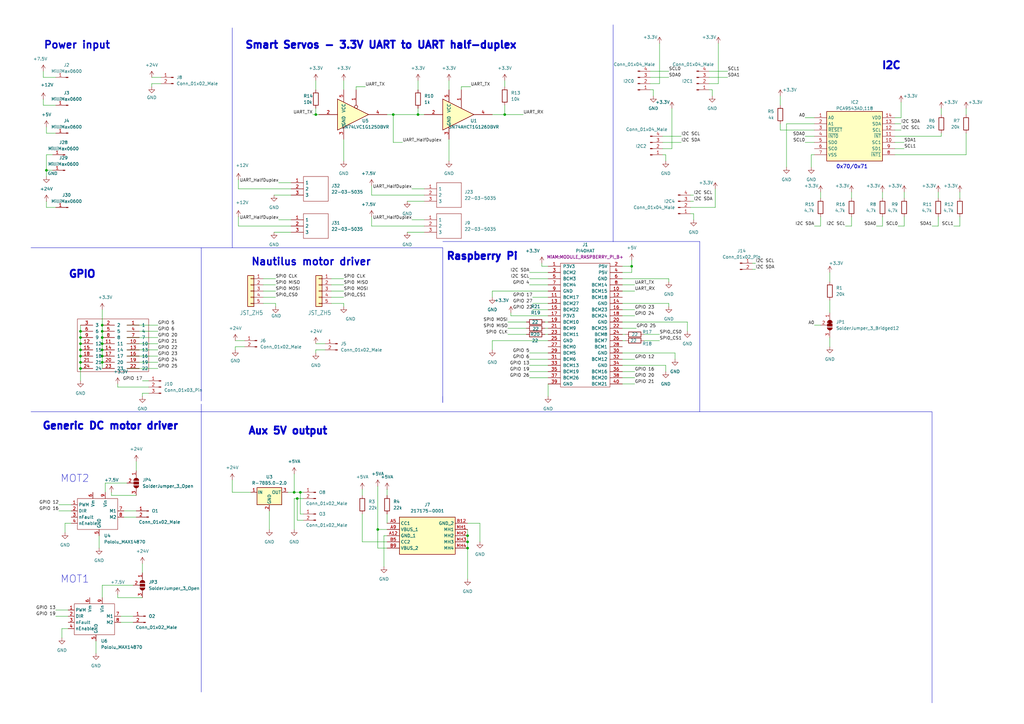
<source format=kicad_sch>
(kicad_sch (version 20250114) (generator "eeschema") (generator_version "9.0")
  (paper "A3")
  (text "0x70/0x71" (at 342.9 69.342 0) (effects (font (size 1.524 1.524) (thickness 0.254)) (justify left bottom)))
  (text "Nautilus motor driver" (at 102.87 109.22 0) (effects (font (size 3 3) (thickness 0.6) (bold yes)) (justify left bottom)))
  (text "GPIO" (at 27.94 114.3 0) (effects (font (size 3 3) (thickness 0.8) (bold yes)) (justify left bottom)))
  (text "I2C" (at 361.442 28.702 0) (effects (font (size 3 3) (thickness 0.8) (bold yes)) (justify left bottom)))
  (text "MOT1\n" (at 24.765 239.395 0) (effects (font (size 3 3)) (justify left bottom)))
  (text "Smart Servos - 3.3V UART to UART half-duplex" (at 100.33 20.32 0) (effects (font (size 3 3) (thickness 0.8) (bold yes)) (justify left bottom)))
  (text "Power input" (at 17.78 20.32 0) (effects (font (size 3 3) (thickness 0.6) (bold yes)) (justify left bottom)))
  (text "Aux 5V output" (at 101.6 178.562 0) (effects (font (size 3 3) (thickness 0.8) (bold yes)) (justify left bottom)))
  (text "Generic DC motor driver" (at 17.145 176.53 0) (effects (font (size 3 3) (thickness 0.8) (bold yes)) (justify left bottom)))
  (text "MOT2" (at 24.765 198.12 0) (effects (font (size 3 3)) (justify left bottom)))
  (text "Raspberry Pi" (at 182.88 106.934 0) (effects (font (size 3 3) (thickness 0.8) (bold yes)) (justify left bottom)))
  (junction (at 171.45 46.99))
  (junction (at 161.29 46.99))
  (junction (at 41.91 143.51))
  (junction (at 121.92 204.47))
  (junction (at 41.91 148.59))
  (junction (at 33.02 143.51))
  (junction (at 191.77 219.71))
  (junction (at 154.94 217.17))
  (junction (at 33.02 138.43))
  (junction (at 19.05 69.85))
  (junction (at 33.02 151.13))
  (junction (at 41.91 135.89))
  (junction (at 120.65 201.93))
  (junction (at 41.91 133.35))
  (junction (at 123.19 201.93))
  (junction (at 191.77 222.25))
  (junction (at 33.02 146.05))
  (junction (at 207.01 46.99))
  (junction (at 191.77 224.79))
  (junction (at 259.08 109.22))
  (junction (at 33.02 148.59))
  (junction (at 41.91 138.43))
  (junction (at 41.91 140.97))
  (junction (at 41.91 146.05))
  (junction (at 33.02 135.89))
  (junction (at 33.02 140.97))
  (junction (at 129.54 46.99))
  (wire (pts (xy 107.95 116.84) (xy 113.03 116.84)))
  (wire (pts (xy 22.86 250.19) (xy 27.94 250.19)))
  (wire (pts (xy 217.17 147.32) (xy 224.79 147.32)))
  (wire (pts (xy 201.93 119.38) (xy 201.93 121.92)))
  (wire (pts (xy 140.97 66.04) (xy 140.97 57.15)))
  (wire (pts (xy 19.05 52.07) (xy 19.05 54.61)))
  (wire (pts (xy 21.59 63.5) (xy 19.05 63.5)))
  (wire (pts (xy 207.01 46.99) (xy 214.63 46.99)))
  (wire (pts (xy 158.75 46.99) (xy 161.29 46.99)))
  (wire (pts (xy 384.81 78.74) (xy 384.81 81.28)))
  (wire (pts (xy 184.15 33.02) (xy 184.15 36.83)))
  (wire (pts (xy 41.91 127) (xy 41.91 133.35)))
  (wire (pts (xy 167.005 95.25) (xy 173.99 95.25)))
  (wire (pts (xy 107.95 114.3) (xy 113.03 114.3)))
  (wire (pts (xy 340.36 123.19) (xy 340.36 128.27)))
  (wire (pts (xy 322.58 50.8) (xy 322.58 68.58)))
  (wire (pts (xy 52.07 148.59) (xy 64.77 148.59)))
  (wire (pts (xy 290.83 36.83) (xy 292.1 36.83)))
  (wire (pts (xy 222.25 107.95) (xy 222.25 109.22)))
  (wire (pts (xy 293.37 85.09) (xy 293.37 77.47)))
  (wire (pts (xy 41.91 240.03) (xy 41.91 245.11)))
  (wire (pts (xy 128.27 46.99) (xy 129.54 46.99)))
  (wire (pts (xy 112.395 95.25) (xy 119.38 95.25)))
  (wire (pts (xy 43.18 198.12) (xy 52.07 198.12)))
  (wire (pts (xy 336.55 78.74) (xy 336.55 81.28)))
  (wire (pts (xy 52.07 146.05) (xy 64.77 146.05)))
  (wire (pts (xy 149.86 35.56) (xy 146.05 35.56)))
  (wire (pts (xy 275.59 60.96) (xy 275.59 44.45)))
  (polyline (pts (xy 181.61 101.6) (xy 181.61 165.1)))
  (wire (pts (xy 255.27 127) (xy 260.35 127)))
  (wire (pts (xy 264.16 139.7) (xy 270.51 139.7)))
  (wire (pts (xy 41.91 140.97) (xy 41.91 143.51)))
  (wire (pts (xy 22.86 252.73) (xy 27.94 252.73)))
  (wire (pts (xy 276.86 144.78) (xy 276.86 147.32)))
  (wire (pts (xy 255.27 139.7) (xy 256.54 139.7)))
  (wire (pts (xy 140.97 36.83) (xy 140.97 33.02)))
  (wire (pts (xy 19.05 82.55) (xy 19.05 85.09)))
  (wire (pts (xy 114.3 90.17) (xy 119.38 90.17)))
  (wire (pts (xy 320.04 53.34) (xy 320.04 50.8)))
  (wire (pts (xy 157.48 219.71) (xy 157.48 232.41)))
  (wire (pts (xy 140.97 125.73) (xy 140.97 124.46)))
  (wire (pts (xy 171.45 36.83) (xy 171.45 33.02)))
  (wire (pts (xy 17.78 31.75) (xy 22.86 31.75)))
  (wire (pts (xy 196.85 214.63) (xy 196.85 222.25)))
  (wire (pts (xy 255.27 137.16) (xy 256.54 137.16)))
  (polyline (pts (xy 287.02 99.06) (xy 287.02 168.91)))
  (wire (pts (xy 201.93 139.7) (xy 201.93 143.51)))
  (wire (pts (xy 336.55 92.71) (xy 334.01 92.71)))
  (wire (pts (xy 40.64 219.71) (xy 40.64 224.79)))
  (wire (pts (xy 133.35 143.51) (xy 129.54 143.51)))
  (wire (pts (xy 58.42 156.21) (xy 60.96 156.21)))
  (wire (pts (xy 290.83 29.21) (xy 298.45 29.21)))
  (wire (pts (xy 167.005 82.55) (xy 173.99 82.55)))
  (wire (pts (xy 367.03 53.34) (xy 369.57 53.34)))
  (wire (pts (xy 369.57 41.91) (xy 369.57 48.26)))
  (wire (pts (xy 217.17 114.3) (xy 224.79 114.3)))
  (wire (pts (xy 217.17 149.86) (xy 224.79 149.86)))
  (wire (pts (xy 217.17 116.84) (xy 224.79 116.84)))
  (wire (pts (xy 120.65 204.47) (xy 121.92 204.47)))
  (wire (pts (xy 58.42 234.95) (xy 58.42 231.14)))
  (wire (pts (xy 158.75 210.82) (xy 158.75 214.63)))
  (wire (pts (xy 332.74 63.5) (xy 332.74 68.58)))
  (wire (pts (xy 110.49 217.17) (xy 110.49 209.55)))
  (wire (pts (xy 123.19 210.82) (xy 123.19 201.93)))
  (wire (pts (xy 158.75 219.71) (xy 157.48 219.71)))
  (wire (pts (xy 52.07 135.89) (xy 64.77 135.89)))
  (polyline (pts (xy 382.27 168.91) (xy 382.27 288.29)))
  (wire (pts (xy 274.32 114.3) (xy 274.32 115.57)))
  (wire (pts (xy 95.25 201.93) (xy 102.87 201.93)))
  (wire (pts (xy 330.2 58.42) (xy 334.01 58.42)))
  (wire (pts (xy 96.52 142.24) (xy 96.52 143.51)))
  (wire (pts (xy 66.04 34.29) (xy 62.23 34.29)))
  (wire (pts (xy 393.7 78.74) (xy 393.7 81.28)))
  (wire (pts (xy 255.27 116.84) (xy 260.35 116.84)))
  (wire (pts (xy 283.21 87.63) (xy 284.48 87.63)))
  (wire (pts (xy 209.55 128.27) (xy 209.55 129.54)))
  (wire (pts (xy 330.2 55.88) (xy 334.01 55.88)))
  (wire (pts (xy 369.57 50.8) (xy 367.03 50.8)))
  (wire (pts (xy 370.84 60.96) (xy 367.03 60.96)))
  (wire (pts (xy 271.78 60.96) (xy 275.59 60.96)))
  (wire (pts (xy 95.25 196.85) (xy 95.25 201.93)))
  (wire (pts (xy 119.38 92.71) (xy 97.79 92.71)))
  (wire (pts (xy 19.05 69.85) (xy 19.05 72.39)))
  (wire (pts (xy 320.04 53.34) (xy 334.01 53.34)))
  (wire (pts (xy 191.77 224.79) (xy 191.77 237.49)))
  (polyline (pts (xy 95.25 101.6) (xy 181.61 101.6)))
  (wire (pts (xy 114.3 74.93) (xy 119.38 74.93)))
  (wire (pts (xy 135.89 119.38) (xy 140.97 119.38)))
  (wire (pts (xy 154.94 224.79) (xy 158.75 224.79)))
  (wire (pts (xy 273.05 63.5) (xy 273.05 66.04)))
  (wire (pts (xy 119.38 77.47) (xy 97.79 77.47)))
  (wire (pts (xy 120.65 201.93) (xy 123.19 201.93)))
  (wire (pts (xy 52.07 151.13) (xy 64.77 151.13)))
  (wire (pts (xy 255.27 134.62) (xy 260.985 134.62)))
  (wire (pts (xy 255.27 149.86) (xy 273.05 149.86)))
  (wire (pts (xy 19.05 63.5) (xy 19.05 69.85)))
  (polyline (pts (xy 82.55 101.6) (xy 82.55 164.465)))
  (wire (pts (xy 29.21 214.63) (xy 26.67 214.63)))
  (wire (pts (xy 33.02 138.43) (xy 33.02 140.97)))
  (wire (pts (xy 100.33 142.24) (xy 96.52 142.24)))
  (wire (pts (xy 217.17 111.76) (xy 224.79 111.76)))
  (wire (pts (xy 158.75 222.25) (xy 148.59 222.25)))
  (wire (pts (xy 336.55 88.9) (xy 336.55 92.71)))
  (wire (pts (xy 152.4 80.01) (xy 152.4 76.2)))
  (wire (pts (xy 191.77 222.25) (xy 191.77 224.79)))
  (wire (pts (xy 386.08 55.88) (xy 386.08 54.61)))
  (wire (pts (xy 370.84 78.74) (xy 370.84 81.28)))
  (wire (pts (xy 217.17 154.94) (xy 224.79 154.94)))
  (wire (pts (xy 41.91 135.89) (xy 41.91 138.43)))
  (wire (pts (xy 274.32 124.46) (xy 274.32 125.73)))
  (wire (pts (xy 161.29 46.99) (xy 161.29 58.42)))
  (wire (pts (xy 27.94 257.81) (xy 25.4 257.81)))
  (wire (pts (xy 154.94 217.17) (xy 158.75 217.17)))
  (wire (pts (xy 320.04 39.37) (xy 320.04 43.18)))
  (wire (pts (xy 154.94 217.17) (xy 154.94 224.79)))
  (wire (pts (xy 107.95 121.92) (xy 113.03 121.92)))
  (wire (pts (xy 259.08 106.68) (xy 259.08 109.22)))
  (wire (pts (xy 173.99 80.01) (xy 152.4 80.01)))
  (wire (pts (xy 60.96 161.29) (xy 58.42 161.29)))
  (wire (pts (xy 39.37 262.89) (xy 39.37 267.97)))
  (wire (pts (xy 255.27 157.48) (xy 260.35 157.48)))
  (wire (pts (xy 24.13 207.01) (xy 29.21 207.01)))
  (wire (pts (xy 148.59 222.25) (xy 148.59 210.82)))
  (wire (pts (xy 19.05 85.09) (xy 22.86 85.09)))
  (wire (pts (xy 217.17 144.78) (xy 224.79 144.78)))
  (polyline (pts (xy 181.61 162.56) (xy 181.61 165.1)))
  (wire (pts (xy 384.81 88.9) (xy 384.81 92.71)))
  (wire (pts (xy 349.25 78.74) (xy 349.25 81.28)))
  (wire (pts (xy 58.42 161.29) (xy 58.42 162.56)))
  (wire (pts (xy 41.91 146.05) (xy 41.91 148.59)))
  (wire (pts (xy 49.53 252.73) (xy 54.61 252.73)))
  (wire (pts (xy 161.29 58.42) (xy 165.1 58.42)))
  (wire (pts (xy 207.01 43.18) (xy 207.01 46.99)))
  (polyline (pts (xy 12.7 101.6) (xy 95.25 101.6)))
  (wire (pts (xy 223.52 134.62) (xy 224.79 134.62)))
  (wire (pts (xy 41.91 148.59) (xy 41.91 151.13)))
  (wire (pts (xy 298.45 31.75) (xy 290.83 31.75)))
  (wire (pts (xy 223.52 137.16) (xy 224.79 137.16)))
  (wire (pts (xy 193.04 35.56) (xy 189.23 35.56)))
  (wire (pts (xy 386.08 44.45) (xy 386.08 46.99)))
  (wire (pts (xy 369.57 48.26) (xy 367.03 48.26)))
  (wire (pts (xy 294.64 34.29) (xy 294.64 17.78)))
  (wire (pts (xy 191.77 214.63) (xy 196.85 214.63)))
  (wire (pts (xy 223.52 132.08) (xy 224.79 132.08)))
  (wire (pts (xy 168.91 77.47) (xy 173.99 77.47)))
  (wire (pts (xy 349.25 92.71) (xy 346.71 92.71)))
  (wire (pts (xy 267.97 36.83) (xy 267.97 39.37)))
  (wire (pts (xy 361.95 78.74) (xy 361.95 81.28)))
  (wire (pts (xy 264.16 137.16) (xy 270.51 137.16)))
  (wire (pts (xy 370.84 88.9) (xy 370.84 92.71)))
  (wire (pts (xy 41.91 138.43) (xy 41.91 140.97)))
  (wire (pts (xy 271.78 55.88) (xy 279.4 55.88)))
  (wire (pts (xy 148.59 203.2) (xy 148.59 200.66)))
  (wire (pts (xy 33.02 143.51) (xy 33.02 146.05)))
  (wire (pts (xy 271.78 63.5) (xy 273.05 63.5)))
  (wire (pts (xy 154.94 199.39) (xy 154.94 217.17)))
  (wire (pts (xy 281.94 132.08) (xy 281.94 135.89)))
  (wire (pts (xy 43.18 198.12) (xy 43.18 201.93)))
  (wire (pts (xy 19.05 54.61) (xy 22.86 54.61)))
  (wire (pts (xy 266.7 34.29) (xy 270.51 34.29)))
  (wire (pts (xy 273.05 149.86) (xy 273.05 152.4)))
  (wire (pts (xy 266.7 36.83) (xy 267.97 36.83)))
  (wire (pts (xy 52.07 138.43) (xy 64.77 138.43)))
  (wire (pts (xy 308.61 107.95) (xy 309.88 107.95)))
  (wire (pts (xy 129.54 143.51) (xy 129.54 144.78)))
  (wire (pts (xy 349.25 88.9) (xy 349.25 92.71)))
  (wire (pts (xy 52.07 143.51) (xy 64.77 143.51)))
  (wire (pts (xy 396.24 44.45) (xy 396.24 46.99)))
  (wire (pts (xy 113.03 124.46) (xy 107.95 124.46)))
  (wire (pts (xy 255.27 152.4) (xy 260.35 152.4)))
  (wire (pts (xy 48.26 158.75) (xy 48.26 157.48)))
  (wire (pts (xy 120.65 194.31) (xy 120.65 201.93)))
  (wire (pts (xy 332.74 63.5) (xy 334.01 63.5)))
  (wire (pts (xy 361.95 92.71) (xy 359.41 92.71)))
  (wire (pts (xy 189.23 35.56) (xy 189.23 36.83)))
  (wire (pts (xy 49.53 255.27) (xy 54.61 255.27)))
  (wire (pts (xy 191.77 219.71) (xy 191.77 222.25)))
  (wire (pts (xy 33.02 140.97) (xy 33.02 143.51)))
  (wire (pts (xy 129.54 46.99) (xy 130.81 46.99)))
  (wire (pts (xy 48.26 245.11) (xy 48.26 243.84)))
  (wire (pts (xy 62.23 31.75) (xy 66.04 31.75)))
  (wire (pts (xy 41.91 240.03) (xy 54.61 240.03)))
  (wire (pts (xy 113.03 125.73) (xy 113.03 124.46)))
  (wire (pts (xy 255.27 124.46) (xy 274.32 124.46)))
  (wire (pts (xy 135.89 121.92) (xy 140.97 121.92)))
  (wire (pts (xy 255.27 114.3) (xy 274.32 114.3)))
  (wire (pts (xy 367.03 55.88) (xy 386.08 55.88)))
  (wire (pts (xy 146.05 35.56) (xy 146.05 36.83)))
  (wire (pts (xy 107.95 119.38) (xy 113.03 119.38)))
  (wire (pts (xy 33.02 133.35) (xy 33.02 135.89)))
  (wire (pts (xy 255.27 144.78) (xy 276.86 144.78)))
  (wire (pts (xy 370.84 58.42) (xy 367.03 58.42)))
  (wire (pts (xy 33.02 148.59) (xy 33.02 151.13)))
  (wire (pts (xy 396.24 63.5) (xy 367.03 63.5)))
  (wire (pts (xy 218.44 127) (xy 224.79 127)))
  (wire (pts (xy 171.45 46.99) (xy 173.99 46.99)))
  (wire (pts (xy 45.72 203.2) (xy 45.72 201.93)))
  (wire (pts (xy 208.28 134.62) (xy 215.9 134.62)))
  (wire (pts (xy 201.93 46.99) (xy 207.01 46.99)))
  (wire (pts (xy 129.54 33.02) (xy 129.54 36.83)))
  (wire (pts (xy 340.36 111.76) (xy 340.36 115.57)))
  (wire (pts (xy 266.7 29.21) (xy 274.32 29.21)))
  (wire (pts (xy 217.17 152.4) (xy 224.79 152.4)))
  (wire (pts (xy 123.19 201.93) (xy 124.46 201.93)))
  (wire (pts (xy 283.21 80.01) (xy 284.48 80.01)))
  (wire (pts (xy 361.95 88.9) (xy 361.95 92.71)))
  (wire (pts (xy 124.46 210.82) (xy 123.19 210.82)))
  (wire (pts (xy 173.99 92.71) (xy 152.4 92.71)))
  (wire (pts (xy 330.2 48.26) (xy 334.01 48.26)))
  (wire (pts (xy 17.78 43.18) (xy 22.86 43.18)))
  (wire (pts (xy 120.65 217.17) (xy 120.65 204.47)))
  (wire (pts (xy 274.32 31.75) (xy 266.7 31.75)))
  (wire (pts (xy 52.07 140.97) (xy 64.77 140.97)))
  (wire (pts (xy 55.88 193.04) (xy 55.88 189.23)))
  (wire (pts (xy 384.81 92.71) (xy 382.27 92.71)))
  (wire (pts (xy 309.88 110.49) (xy 308.61 110.49)))
  (wire (pts (xy 224.79 139.7) (xy 201.93 139.7)))
  (wire (pts (xy 112.395 80.01) (xy 119.38 80.01)))
  (wire (pts (xy 97.79 77.47) (xy 97.79 73.66)))
  (wire (pts (xy 60.96 158.75) (xy 48.26 158.75)))
  (wire (pts (xy 58.42 245.11) (xy 48.26 245.11)))
  (polyline (pts (xy 82.55 165.735) (xy 82.55 283.845)))
  (wire (pts (xy 26.67 214.63) (xy 26.67 218.44)))
  (wire (pts (xy 218.44 124.46) (xy 224.79 124.46)))
  (polyline (pts (xy 251.46 99.06) (xy 287.02 99.06)))
  (wire (pts (xy 171.45 44.45) (xy 171.45 46.99)))
  (wire (pts (xy 121.92 204.47) (xy 124.46 204.47)))
  (wire (pts (xy 161.29 46.99) (xy 171.45 46.99)))
  (wire (pts (xy 24.13 209.55) (xy 29.21 209.55)))
  (wire (pts (xy 191.77 217.17) (xy 191.77 219.71)))
  (wire (pts (xy 158.75 200.66) (xy 158.75 203.2)))
  (wire (pts (xy 17.78 31.75) (xy 17.78 29.21)))
  (wire (pts (xy 50.8 209.55) (xy 55.88 209.55)))
  (wire (pts (xy 184.15 66.04) (xy 184.15 57.15)))
  (wire (pts (xy 208.28 132.08) (xy 215.9 132.08)))
  (wire (pts (xy 255.27 147.32) (xy 260.35 147.32)))
  (wire (pts (xy 33.02 151.13) (xy 33.02 156.21)))
  (wire (pts (xy 168.91 90.17) (xy 173.99 90.17)))
  (wire (pts (xy 152.4 92.71) (xy 152.4 88.9)))
  (wire (pts (xy 322.58 50.8) (xy 334.01 50.8)))
  (wire (pts (xy 140.97 124.46) (xy 135.89 124.46)))
  (wire (pts (xy 52.07 133.35) (xy 64.77 133.35)))
  (wire (pts (xy 129.54 140.97) (xy 133.35 140.97)))
  (wire (pts (xy 370.84 92.71) (xy 368.3 92.71)))
  (wire (pts (xy 292.1 36.83) (xy 292.1 39.37)))
  (wire (pts (xy 209.55 129.54) (xy 224.79 129.54)))
  (wire (pts (xy 121.92 213.36) (xy 121.92 204.47)))
  (wire (pts (xy 396.24 54.61) (xy 396.24 63.5)))
  (wire (pts (xy 55.88 203.2) (xy 45.72 203.2)))
  (wire (pts (xy 270.51 34.29) (xy 270.51 17.78)))
  (wire (pts (xy 224.79 157.48) (xy 224.79 162.56)))
  (polyline (pts (xy 181.61 99.06) (xy 251.46 99.06)))
  (wire (pts (xy 218.44 121.92) (xy 224.79 121.92)))
  (wire (pts (xy 255.27 132.08) (xy 281.94 132.08)))
  (wire (pts (xy 17.78 43.18) (xy 17.78 40.64)))
  (wire (pts (xy 25.4 257.81) (xy 25.4 261.62)))
  (wire (pts (xy 255.27 154.94) (xy 260.35 154.94)))
  (wire (pts (xy 284.48 82.55) (xy 283.21 82.55)))
  (wire (pts (xy 279.4 58.42) (xy 271.78 58.42)))
  (wire (pts (xy 21.59 69.85) (xy 19.05 69.85)))
  (wire (pts (xy 129.54 44.45) (xy 129.54 46.99)))
  (wire (pts (xy 135.89 116.84) (xy 140.97 116.84)))
  (wire (pts (xy 334.01 133.35) (xy 336.55 133.35)))
  (wire (pts (xy 255.27 111.76) (xy 259.08 111.76)))
  (wire (pts (xy 259.08 111.76) (xy 259.08 109.22)))
  (wire (pts (xy 41.91 133.35) (xy 41.91 135.89)))
  (wire (pts (xy 222.25 109.22) (xy 224.79 109.22)))
  (wire (pts (xy 340.36 138.43) (xy 340.36 142.24)))
  (wire (pts (xy 135.89 114.3) (xy 140.97 114.3)))
  (wire (pts (xy 62.23 34.29) (xy 62.23 35.56)))
  (wire (pts (xy 118.11 201.93) (xy 120.65 201.93)))
  (wire (pts (xy 283.21 85.09) (xy 293.37 85.09)))
  (wire (pts (xy 224.79 119.38) (xy 201.93 119.38)))
  (wire (pts (xy 207.01 33.02) (xy 207.01 35.56)))
  (polyline (pts (xy 12.7 168.91) (xy 382.27 168.91)))
  (wire (pts (xy 208.28 137.16) (xy 215.9 137.16)))
  (wire (pts (xy 41.91 143.51) (xy 41.91 146.05)))
  (wire (pts (xy 255.27 129.54) (xy 260.35 129.54)))
  (wire (pts (xy 96.52 139.7) (xy 100.33 139.7)))
  (wire (pts (xy 97.79 92.71) (xy 97.79 88.9)))
  (polyline (pts (xy 95.25 11.43) (xy 95.25 101.6)))
  (wire (pts (xy 124.46 213.36) (xy 121.92 213.36)))
  (wire (pts (xy 33.02 146.05) (xy 33.02 148.59)))
  (wire (pts (xy 50.8 212.09) (xy 55.88 212.09)))
  (wire (pts (xy 284.48 87.63) (xy 284.48 90.17)))
  (wire (pts (xy 393.7 92.71) (xy 391.16 92.71)))
  (wire (pts (xy 290.83 34.29) (xy 294.64 34.29)))
  (wire (pts (xy 255.27 119.38) (xy 260.35 119.38)))
  (wire (pts (xy 393.7 88.9) (xy 393.7 92.71)))
  (wire (pts (xy 33.02 135.89) (xy 33.02 138.43)))
  (wire (pts (xy 255.27 109.22) (xy 259.08 109.22)))
  (polyline (pts (xy 251.46 10.16) (xy 251.46 99.06)))
  (label "UART_HalfDuplex" (at 168.91 90.17 180))
  (label "GPIO 25" (at 260.985 134.62 0))
  (label "GPIO 6" (at 217.17 147.32 180))
  (label "I2C SCL" (at 217.17 114.3 180))
  (label "GPIO 21" (at 64.77 140.97 0))
  (label "GPIO 17" (at 58.42 156.21 180))
  (label "GPIO 20" (at 260.35 154.94 0))
  (label "GPIO 22" (at 218.44 127 180))
  (label "SCL1" (at 298.45 29.21 0))
  (label "GPIO 16" (at 260.35 152.4 0))
  (label "GPIO 5" (at 217.17 144.78 180))
  (label "I2C SCL" (at 369.57 53.34 0))
  (label "GPIO 5" (at 64.77 133.35 0))
  (label "SCL0" (at 368.3 92.71 180))
  (label "I2C SDA" (at 217.17 111.76 180))
  (label "GPIO 19" (at 22.86 252.73 180))
  (label "SPI0 CLK" (at 113.03 114.3 0))
  (label "GPIO 17" (at 218.44 121.92 180))
  (label "UART_RX" (at 260.35 119.38 0))
  (label "GPIO 12" (at 24.13 207.01 180))
  (label "I2C SDA" (at 279.4 58.42 0))
  (label "SDA1" (at 382.27 92.71 180))
  (label "GPIO 23" (at 64.77 146.05 0))
  (label "SPI0 MISO" (at 140.97 116.84 0))
  (label "SPI0 CLK" (at 208.28 137.16 180))
  (label "GPIO 24" (at 260.35 129.54 0))
  (label "SDA1" (at 298.45 31.75 0))
  (label "GPIO 19" (at 217.17 152.4 180))
  (label "SPI0 MOSI" (at 208.28 132.08 180))
  (label "GPIO 4" (at 217.17 116.84 180))
  (label "UART_TX" (at 260.35 116.84 0))
  (label "SPI0_CS1" (at 140.97 121.92 0))
  (label "SPI0 CLK" (at 140.97 114.3 0))
  (label "GPIO 25" (at 64.77 151.13 0))
  (label "GPIO 12" (at 260.35 147.32 0))
  (label "I2C SCL" (at 346.71 92.71 180))
  (label "SDA0" (at 359.41 92.71 180))
  (label "I2C SDA" (at 284.48 82.55 0))
  (label "GPIO 23" (at 260.35 127 0))
  (label "GPIO 20" (at 64.77 138.43 0))
  (label "UART_TX" (at 149.86 35.56 0))
  (label "UART_HalfDuplex" (at 114.3 74.93 180))
  (label "I2C SCL" (at 309.88 107.95 0))
  (label "UART_RX" (at 214.63 46.99 0))
  (label "A0" (at 334.01 133.35 180))
  (label "SPI0 MOSI" (at 113.03 119.38 0))
  (label "SCL1" (at 391.16 92.71 180))
  (label "SCL0" (at 274.32 29.21 0))
  (label "UART_HalfDuplex" (at 165.1 58.42 0))
  (label "SPI0 MOSI" (at 140.97 119.38 0))
  (label "SDA0" (at 274.32 31.75 0))
  (label "I2C SCL" (at 284.48 80.01 0))
  (label "GPIO 27" (at 218.44 124.46 180))
  (label "GPIO 6" (at 64.77 135.89 0))
  (label "SPI0_CS1" (at 270.51 139.7 0))
  (label "SCL1" (at 370.84 60.96 0))
  (label "GPIO 22" (at 64.77 143.51 0))
  (label "SDA1" (at 370.84 58.42 0))
  (label "UART_TX" (at 193.04 35.56 0))
  (label "SCL0" (at 330.2 58.42 180))
  (label "UART_HalfDuplex" (at 168.91 77.47 180))
  (label "I2C SDA" (at 334.01 92.71 180))
  (label "GPIO 13" (at 217.17 149.86 180))
  (label "SPI0_CS0" (at 270.51 137.16 0))
  (label "GPIO 21" (at 260.35 157.48 0))
  (label "SPI0_CS0" (at 113.03 121.92 0))
  (label "UART_HalfDuplex" (at 114.3 90.17 180))
  (label "GPIO 24" (at 64.77 148.59 0))
  (label "GPIO 26" (at 217.17 154.94 180))
  (label "GPIO 16" (at 24.13 209.55 180))
  (label "SPI0 MISO" (at 208.28 134.62 180))
  (label "I2C SCL" (at 279.4 55.88 0))
  (label "I2C SDA" (at 369.57 50.8 0))
  (label "GPIO 13" (at 22.86 250.19 180))
  (label "UART_TX" (at 128.27 46.99 180))
  (label "I2C SDA" (at 309.88 110.49 0))
  (label "A0" (at 330.2 48.26 180))
  (label "SDA0" (at 330.2 55.88 180))
  (label "SPI0 MISO" (at 113.03 116.84 0))
  (symbol (lib_id "Device:R") (at 336.55 85.09 0) (mirror x) (unit 1)
    (property "Reference" "R15" (at 334.01 83.8199 0) (effects (justify right)))
    (property "Value" "4.7k" (at 334.01 86.3599 0) (effects (justify right)))
    (property "Footprint" "Resistor_SMD:R_0805_2012Metric" (effects (hide yes)))
  )
  (symbol (lib_id "power:+3.3V") (at 207.01 33.02 0) (unit 1)
    (property "Reference" "#PWR038" (effects (hide yes)))
    (property "Value" "+3.3V" (at 207.01 27.94 0))
  )
  (symbol (lib_id "power:+3.3V") (at 270.51 17.78 0) (unit 1)
    (property "Reference" "#PWR028" (effects (hide yes)))
    (property "Value" "+3.3V" (at 266.7 15.24 0))
  )
  (symbol (lib_id "power:+3.3V") (at 222.25 107.95 0) (unit 1)
    (property "Reference" "#PWR0120" (effects (hide yes)))
    (property "Value" "+3.3V" (at 218.44 102.87 0))
  )
  (symbol (lib_id "power:+5V") (at 259.08 106.68 0) (unit 1)
    (property "Reference" "#PWR0102" (effects (hide yes)))
    (property "Value" "+5V" (at 259.08 101.6 0))
  )
  (symbol (lib_id "power:+3.3V") (at 396.24 44.45 0) (mirror y) (unit 1)
    (property "Reference" "#PWR042" (effects (hide yes)))
    (property "Value" "+3.3V" (at 400.05 41.91 0))
  )
  (symbol (lib_id "power:+7.5V") (at 48.26 243.84 0) (unit 1)
    (property "Reference" "#PWR015" (effects (hide yes)))
    (property "Value" "+7.5V" (at 48.26 238.76 0))
  )
  (symbol (lib_id "power:GND") (at 292.1 39.37 0) (unit 1)
    (property "Reference" "#PWR078" (effects (hide yes)))
    (property "Value" "GND" (at 292.1 44.45 0))
  )
  (symbol (lib_id "power:+7.5V") (at 152.4 76.2 0) (unit 1)
    (property "Reference" "#PWR035" (effects (hide yes)))
    (property "Value" "+7.5V" (at 151.13 71.12 0))
  )
  (symbol (lib_id "power:+7.5V") (at 152.4 88.9 0) (unit 1)
    (property "Reference" "#PWR043" (effects (hide yes)))
    (property "Value" "+7.5V" (at 151.13 83.82 0))
  )
  (symbol (lib_id "power:+7.5V") (at 45.72 201.93 0) (unit 1)
    (property "Reference" "#PWR017" (effects (hide yes)))
    (property "Value" "+7.5V" (at 45.72 196.85 0))
  )
  (symbol (lib_id "MiAM:22-03-5035") (at 173.99 77.47 0) (unit 1)
    (property "Reference" "J23" (at 190.5 78.7399 0) (effects (justify left)))
    (property "Value" "22-03-5035" (at 190.5 81.2799 0) (effects (justify left)))
    (property "Footprint" "MiAM:SHDR3W60P0X250_1X3_990X490X590P" (effects (hide yes)))
    (property "Datasheet" "http://www.molex.com/pdm_docs/sd/022035035_sd.pdf" (effects (hide yes)))
    (property "Description" "Header 2.5mm SPOX,WTB,vert, shrouded, 3w Molex SPOX Series, Series Number 5267, 2.5mm Pitch 3 Way 1 Row Straight PCB Header, Solder Termination, 3A" (effects (hide yes)))
    (property "Height" "5.9" (effects (hide yes)))
    (property "Manufacturer_Name" "Molex" (effects (hide yes)))
    (property "Manufacturer_Part_Number" "22-03-5035" (effects (hide yes)))
    (property "RS Part Number" "    687-8048" (effects (hide yes)))
  )
  (symbol (lib_id "power:GND") (at 19.05 72.39 0) (unit 1)
    (property "Reference" "#PWR065" (effects (hide yes)))
    (property "Value" "GND" (at 21.59 71.12 0))
  )
  (symbol (lib_id "power:GND") (at 167.005 95.25 0) (unit 1)
    (property "Reference" "#PWR044" (effects (hide yes)))
    (property "Value" "GND" (at 167.005 100.33 0))
  )
  (symbol (lib_name "+24V_1") (lib_id "power:+24V") (at 19.05 82.55 0) (unit 1)
    (property "Reference" "#PWR066" (effects (hide yes)))
    (property "Value" "+24V" (at 19.05 77.47 0))
    (property "Description" "Power symbol creates a global label with name \"+24V\"" (effects (hide yes)))
  )
  (symbol (lib_id "power:+3.3V") (at 320.04 39.37 0) (mirror y) (unit 1)
    (property "Reference" "#PWR021" (effects (hide yes)))
    (property "Value" "+3.3V" (at 323.85 36.83 0))
  )
  (symbol (lib_id "74xGxx:74LVC1G125") (at 146.05 46.99 0) (unit 1)
    (property "Reference" "U5" (at 149.86 49.53 0))
    (property "Value" "SN74LVC1G125DBVR" (at 149.86 52.07 0))
    (property "Footprint" "Package_TO_SOT_SMD:SOT-23-5_HandSoldering" (effects (hide yes)))
    (property "Datasheet" "https://www.ti.com/lit/ds/symlink/sn74lvc1g125.pdf" (effects (hide yes)))
    (property "Mouser Part Number" " 595-SN74LVC1G125DBVR " (effects (hide yes)))
  )
  (symbol (lib_id "Device:R") (at 393.7 85.09 0) (mirror x) (unit 1)
    (property "Reference" "R12" (at 391.16 83.8199 0) (effects (justify right)))
    (property "Value" "4.7k" (at 391.16 86.3599 0) (effects (justify right)))
    (property "Footprint" "Resistor_SMD:R_0805_2012Metric" (effects (hide yes)))
  )
  (symbol (lib_id "power:+12V") (at 17.78 40.64 0) (unit 1)
    (property "Reference" "#PWR063" (effects (hide yes)))
    (property "Value" "+12V" (at 19.304 34.798 0))
    (property "Description" "Power symbol creates a global label with name \"+12V\"" (effects (hide yes)))
  )
  (symbol (lib_id "power:GND") (at 96.52 143.51 0) (unit 1)
    (property "Reference" "#PWR0105" (effects (hide yes)))
    (property "Value" "GND" (at 96.52 147.955 0))
  )
  (symbol (lib_id "Connector:Conn_01x01_Pin") (at 27.94 31.75 0) (mirror y) (unit 1)
    (property "Reference" "J2" (at 27.305 26.67 0))
    (property "Value" "MilliMax0600" (at 27.305 29.21 0))
    (property "Footprint" "MiAM:0600005150000" (effects (hide yes)))
    (property "Description" "Generic connector, single row, 01x01, script generated" (effects (hide yes)))
    (property "Mouser" " 575-0600005150000 " (effects (hide yes)))
  )
  (symbol (lib_id "power:GND") (at 112.395 95.25 0) (unit 1)
    (property "Reference" "#PWR068" (effects (hide yes)))
    (property "Value" "GND" (at 112.395 100.33 0))
  )
  (symbol (lib_id "power:GND") (at 140.97 66.04 0) (unit 1)
    (property "Reference" "#PWR032" (effects (hide yes)))
    (property "Value" "GND" (at 140.97 71.12 0))
  )
  (symbol (lib_id "power:GND") (at 33.02 156.21 0) (unit 1)
    (property "Reference" "#PWR0130" (effects (hide yes)))
    (property "Value" "GND" (at 33.02 161.29 0))
  )
  (symbol (lib_id "Device:R") (at 349.25 85.09 0) (mirror x) (unit 1)
    (property "Reference" "R16" (at 346.71 83.8199 0) (effects (justify right)))
    (property "Value" "4.7k" (at 346.71 86.3599 0) (effects (justify right)))
    (property "Footprint" "Resistor_SMD:R_0805_2012Metric" (effects (hide yes)))
  )
  (symbol (lib_id "power:GND") (at 267.97 39.37 0) (unit 1)
    (property "Reference" "#PWR027" (effects (hide yes)))
    (property "Value" "GND" (at 267.97 44.45 0))
  )
  (symbol (lib_id "power:GND") (at 224.79 162.56 0) (unit 1)
    (property "Reference" "#PWR0101" (effects (hide yes)))
    (property "Value" "GND" (at 224.79 167.64 0))
  )
  (symbol (lib_id "power:GND") (at 196.85 222.25 0) (unit 1)
    (property "Reference" "#PWR013" (effects (hide yes)))
    (property "Value" "GND" (at 196.85 227.33 0))
  )
  (symbol (lib_id "power:+3.3V") (at 384.81 78.74 0) (unit 1)
    (property "Reference" "#PWR056" (effects (hide yes)))
    (property "Value" "+3.3V" (at 381 76.2 0))
  )
  (symbol (lib_id "power:GND") (at 112.395 80.01 0) (unit 1)
    (property "Reference" "#PWR070" (effects (hide yes)))
    (property "Value" "GND" (at 112.395 85.09 0))
  )
  (symbol (lib_id "power:+3.3V") (at 369.57 41.91 0) (mirror y) (unit 1)
    (property "Reference" "#PWR039" (effects (hide yes)))
    (property "Value" "+3.3V" (at 373.38 39.37 0))
  )
  (symbol (lib_id "power:GND") (at 113.03 125.73 0) (unit 1)
    (property "Reference" "#PWR01" (effects (hide yes)))
    (property "Value" "GND" (at 113.284 129.54 0))
  )
  (symbol (lib_id "power:GND") (at 184.15 66.04 0) (unit 1)
    (property "Reference" "#PWR037" (effects (hide yes)))
    (property "Value" "GND" (at 184.15 71.12 0))
  )
  (symbol (lib_id "Connector:Conn_01x02_Pin") (at 303.53 107.95 0) (unit 1)
    (property "Reference" "J14" (at 304.165 102.87 0))
    (property "Value" "Conn_01x02_Pin" (at 304.165 105.41 0))
    (property "Footprint" "MiAM:PogoPin_2.54" (effects (hide yes)))
    (property "Description" "Generic connector, single row, 01x02, script generated" (effects (hide yes)))
  )
  (symbol (lib_id "power:+24V") (at 96.52 139.7 0) (unit 1)
    (property "Reference" "#PWR0106" (effects (hide yes)))
    (property "Value" "+24V" (at 96.52 134.62 0))
  )
  (symbol (lib_id "power:+24V") (at 129.54 140.97 0) (unit 1)
    (property "Reference" "#PWR0103" (effects (hide yes)))
    (property "Value" "+24V" (at 129.54 135.89 0))
  )
  (symbol (lib_id "power:+5VA") (at 154.94 199.39 0) (unit 1)
    (property "Reference" "#PWR014" (effects (hide yes)))
    (property "Value" "+5VA" (at 154.94 194.31 0))
    (property "Description" "Power symbol creates a global label with name \"+5VA\"" (effects (hide yes)))
  )
  (symbol (lib_id "power:+3.3V") (at 336.55 78.74 0) (unit 1)
    (property "Reference" "#PWR058" (effects (hide yes)))
    (property "Value" "+3.3V" (at 332.74 76.2 0))
  )
  (symbol (lib_id "Device:R") (at 396.24 50.8 0) (mirror x) (unit 1)
    (property "Reference" "R7" (at 393.7 49.5299 0) (effects (justify right)))
    (property "Value" "20k" (at 393.7 52.0699 0) (effects (justify right)))
    (property "Footprint" "Resistor_SMD:R_0805_2012Metric" (effects (hide yes)))
  )
  (symbol (lib_id "Regulator_Switching:R-78B1.5-2.0") (at 110.49 201.93 0) (unit 1)
    (property "Reference" "U3" (at 110.49 195.58 0))
    (property "Value" "R-78B5.0-2.0" (at 110.49 198.12 0))
    (property "Footprint" "Converter_DCDC:Converter_DCDC_RECOM_R-78B-2.0_THT" (effects (hide yes)))
    (property "Datasheet" "https://www.recom-power.com/pdf/Innoline/R-78Bxx-2.0.pdf" (effects (hide yes)))
    (property "Description" "2A Step-Down DC/DC-Regulator, 4.75-32V input, 1.5V fixed Output Voltage, LM78xx replacement, -40°C to +85°C, SIP3" (effects (hide yes)))
    (property "Mouser" "R-78B5.0-2.0" (effects (hide yes)))
  )
  (symbol (lib_id "MiAM:Pololu_MAX14870") (at 39.37 262.89 0) (unit 1)
    (property "Reference" "U6" (at 41.3894 262.89 0) (effects (justify left)))
    (property "Value" "Pololu_MAX14870" (at 41.3894 265.43 0) (effects (justify left)))
    (property "Footprint" "MiAM:PololuMAX14870" (effects (hide yes)))
  )
  (symbol (lib_id "Connector:Conn_01x04_Male") (at 261.62 34.29 0) (mirror x) (unit 1)
    (property "Reference" "I2C0" (at 260.096 33.274 0) (effects (justify right)))
    (property "Value" "Conn_01x04_Male" (at 268.732 26.416 0) (effects (justify right)))
    (property "Footprint" "MiAM:JST_SH_SM04B-SRSS-TB_1x04-1MP_P1.00mm_Horizontal" (effects (hide yes)))
    (property "RS" "    515-1513" (effects (hide yes)))
  )
  (symbol (lib_id "Device:R") (at 207.01 39.37 180) (unit 1)
    (property "Reference" "R13" (at 209.55 38.0999 0) (effects (justify right)))
    (property "Value" "10k" (at 209.55 40.6399 0) (effects (justify right)))
    (property "Footprint" "Resistor_SMD:R_0805_2012Metric" (effects (hide yes)))
  )
  (symbol (lib_id "power:+3.3V") (at 361.95 78.74 0) (unit 1)
    (property "Reference" "#PWR045" (effects (hide yes)))
    (property "Value" "+3.3V" (at 358.14 76.2 0))
  )
  (symbol (lib_id "power:+24V") (at 58.42 231.14 0) (unit 1)
    (property "Reference" "#PWR016" (effects (hide yes)))
    (property "Value" "+24V" (at 58.42 226.06 0))
  )
  (symbol (lib_id "Device:R") (at 340.36 119.38 180) (unit 1)
    (property "Reference" "R1" (at 342.9 118.1099 0) (effects (justify right)))
    (property "Value" "20k" (at 342.9 120.6499 0) (effects (justify right)))
    (property "Footprint" "Resistor_SMD:R_0805_2012Metric" (effects (hide yes)))
  )
  (symbol (lib_id "Device:R") (at 386.08 50.8 0) (mirror x) (unit 1)
    (property "Reference" "R6" (at 383.54 49.5299 0) (effects (justify right)))
    (property "Value" "20k" (at 383.54 52.0699 0) (effects (justify right)))
    (property "Footprint" "Resistor_SMD:R_0805_2012Metric" (effects (hide yes)))
  )
  (symbol (lib_id "Connector:Conn_01x02_Male") (at 60.96 209.55 0) (mirror y) (unit 1)
    (property "Reference" "O1" (at 62.23 209.5499 0) (effects (justify right)))
    (property "Value" "Conn_01x02_Male" (at 56.896 214.122 0) (effects (justify right)))
    (property "Footprint" "Connector_JST:JST_PH_B2B-PH-K_1x02_P2.00mm_Vertical" (effects (hide yes)))
    (property "Mouser Part Number" " 538-53047-0210 " (effects (hide yes)))
  )
  (symbol (lib_id "power:+5VA") (at 148.59 200.66 0) (mirror y) (unit 1)
    (property "Reference" "#PWR020" (effects (hide yes)))
    (property "Value" "+5VA" (at 148.59 195.58 0))
    (property "Description" "Power symbol creates a global label with name \"+5VA\"" (effects (hide yes)))
  )
  (symbol (lib_id "power:GND") (at 26.67 218.44 0) (unit 1)
    (property "Reference" "#PWR0137" (effects (hide yes)))
    (property "Value" "GND" (at 26.67 223.52 0))
  )
  (symbol (lib_id "Device:R") (at 260.35 139.7 270) (mirror x) (unit 1)
    (property "Reference" "R18" (at 265.43 140.97 90))
    (property "Value" "22" (at 259.842 139.7 90))
    (property "Footprint" "Resistor_SMD:R_0805_2012Metric" (effects (hide yes)))
  )
  (symbol (lib_id "Connector:Conn_01x02_Male") (at 59.69 252.73 0) (mirror y) (unit 1)
    (property "Reference" "O2" (at 60.96 252.7299 0) (effects (justify right)))
    (property "Value" "Conn_01x02_Male" (at 55.626 257.302 0) (effects (justify right)))
    (property "Footprint" "Connector_JST:JST_PH_B2B-PH-K_1x02_P2.00mm_Vertical" (effects (hide yes)))
    (property "Mouser Part Number" " 538-53047-0210 " (effects (hide yes)))
  )
  (symbol (lib_id "power:GND") (at 25.4 261.62 0) (unit 1)
    (property "Reference" "#PWR0140" (effects (hide yes)))
    (property "Value" "GND" (at 25.4 266.7 0))
  )
  (symbol (lib_id "Connector:Conn_01x02_Male") (at 105.41 139.7 0) (mirror y) (unit 1)
    (property "Reference" "J6" (at 106.68 139.6999 0) (effects (justify right)))
    (property "Value" "Conn_01x02_Male" (at 106.68 142.2399 0) (effects (justify right)))
    (property "Footprint" "MiAM:XT30UM" (effects (hide yes)))
  )
  (symbol (lib_id "Jumper:SolderJumper_3_Bridged12") (at 340.36 133.35 270) (unit 1)
    (property "Reference" "JP1" (at 342.9 132.08 90) (effects (justify left)))
    (property "Value" "SolderJumper_3_Bridged12" (at 342.9 134.62 90) (effects (justify left)))
    (property "Footprint" "Jumper:SolderJumper-3_P1.3mm_Bridged12_Pad1.0x1.5mm_NumberLabels" (effects (hide yes)))
  )
  (symbol (lib_id "power:GND") (at 39.37 267.97 0) (unit 1)
    (property "Reference" "#PWR0141" (effects (hide yes)))
    (property "Value" "GND" (at 39.37 273.05 0))
  )
  (symbol (lib_id "power:GND") (at 201.93 143.51 0) (mirror y) (unit 1)
    (property "Reference" "#PWR047" (effects (hide yes)))
    (property "Value" "GND" (at 201.93 148.59 0))
  )
  (symbol (lib_id "Connector:Conn_01x04_Male") (at 266.7 60.96 0) (mirror x) (unit 1)
    (property "Reference" "I2C2" (at 265.176 59.944 0) (effects (justify right)))
    (property "Value" "Conn_01x04_Male" (at 273.812 53.086 0) (effects (justify right)))
    (property "Footprint" "MiAM:JST_SH_SM04B-SRSS-TB_1x04-1MP_P1.00mm_Horizontal" (effects (hide yes)))
    (property "RS" "    515-1513" (effects (hide yes)))
  )
  (symbol (lib_id "power:+5VA") (at 158.75 200.66 0) (unit 1)
    (property "Reference" "#PWR019" (effects (hide yes)))
    (property "Value" "+5VA" (at 158.75 195.58 0))
    (property "Description" "Power symbol creates a global label with name \"+5VA\"" (effects (hide yes)))
  )
  (symbol (lib_id "Connector:Conn_01x02_Male") (at 71.12 31.75 0) (mirror y) (unit 1)
    (property "Reference" "J8" (at 72.39 31.7499 0) (effects (justify right)))
    (property "Value" "Conn_01x02_Male" (at 72.39 34.2899 0) (effects (justify right)))
    (property "Footprint" "MiAM:XT30UM" (effects (hide yes)))
  )
  (symbol (lib_id "Connector:Conn_01x01_Pin") (at 27.94 54.61 0) (mirror y) (unit 1)
    (property "Reference" "J4" (at 27.305 49.53 0))
    (property "Value" "MilliMax0600" (at 27.305 52.07 0))
    (property "Footprint" "MiAM:0600005150000" (effects (hide yes)))
    (property "Description" "Generic connector, single row, 01x01, script generated" (effects (hide yes)))
    (property "Mouser" " 575-0600005150000 " (effects (hide yes)))
  )
  (symbol (lib_id "Connector:Conn_01x01_Pin") (at 26.67 63.5 0) (mirror y) (unit 1)
    (property "Reference" "J28" (at 26.035 58.42 0))
    (property "Value" "MilliMax0600" (at 26.035 60.96 0))
    (property "Footprint" "MiAM:0600005150000" (effects (hide yes)))
    (property "Description" "Generic connector, single row, 01x01, script generated" (effects (hide yes)))
    (property "Mouser" " 575-0600005150000 " (effects (hide yes)))
  )
  (symbol (lib_id "Connector:Conn_01x02_Male") (at 129.54 201.93 0) (mirror y) (unit 1)
    (property "Reference" "O8" (at 130.81 201.9299 0) (effects (justify right)))
    (property "Value" "Conn_01x02_Male" (at 125.476 206.502 0) (effects (justify right)))
    (property "Footprint" "Connector_JST:JST_PH_B2B-PH-K_1x02_P2.00mm_Vertical" (effects (hide yes)))
    (property "Mouser Part Number" " 538-53047-0210 " (effects (hide yes)))
  )
  (symbol (lib_id "power:+3.3V") (at 184.15 33.02 0) (unit 1)
    (property "Reference" "#PWR034" (effects (hide yes)))
    (property "Value" "+3.3V" (at 184.15 27.94 0))
  )
  (symbol (lib_id "power:GND") (at 110.49 217.17 0) (unit 1)
    (property "Reference" "#PWR06" (effects (hide yes)))
    (property "Value" "GND" (at 110.49 222.25 0))
  )
  (symbol (lib_id "Connector:Conn_01x02_Male") (at 138.43 140.97 0) (mirror y) (unit 1)
    (property "Reference" "J5" (at 139.7 140.9699 0) (effects (justify right)))
    (property "Value" "Conn_01x02_Male" (at 139.7 143.5099 0) (effects (justify right)))
    (property "Footprint" "MiAM:XT30UM" (effects (hide yes)))
  )
  (symbol (lib_id "power:+3.3V") (at 129.54 33.02 0) (mirror y) (unit 1)
    (property "Reference" "#PWR040" (effects (hide yes)))
    (property "Value" "+3.3V" (at 129.54 27.94 0))
  )
  (symbol (lib_id "Device:R") (at 158.75 207.01 180) (unit 1)
    (property "Reference" "R4" (at 161.29 205.7399 0) (effects (justify right)))
    (property "Value" "22k" (at 161.29 208.2799 0) (effects (justify right)))
    (property "Footprint" "Resistor_SMD:R_0805_2012Metric" (effects (hide yes)))
  )
  (symbol (lib_id "Connector:Conn_01x01_Pin") (at 27.94 43.18 0) (mirror y) (unit 1)
    (property "Reference" "J3" (at 27.305 38.1 0))
    (property "Value" "MilliMax0600" (at 27.305 40.64 0))
    (property "Footprint" "MiAM:0600005150000" (effects (hide yes)))
    (property "Description" "Generic connector, single row, 01x01, script generated" (effects (hide yes)))
    (property "Mouser" " 575-0600005150000 " (effects (hide yes)))
  )
  (symbol (lib_id "MiAM:Conn_03x08") (at 45.72 129.54 0) (unit 1)
    (property "Reference" "C1" (effects (hide yes)))
    (property "Value" "Conn_03x08" (effects (hide yes)))
    (property "Footprint" "MiAM:Pin_Header_Straight_3x08_Pitch2.54mm" (effects (hide yes)))
  )
  (symbol (lib_id "power:GND") (at 140.97 125.73 0) (unit 1)
    (property "Reference" "#PWR02" (effects (hide yes)))
    (property "Value" "GND" (at 143.764 130.81 0))
  )
  (symbol (lib_id "power:+24V") (at 62.23 31.75 0) (unit 1)
    (property "Reference" "#PWR09" (effects (hide yes)))
    (property "Value" "+24V" (at 62.23 26.67 0))
  )
  (symbol (lib_id "power:+5V") (at 19.05 52.07 0) (unit 1)
    (property "Reference" "#PWR064" (effects (hide yes)))
    (property "Value" "+5V" (at 19.05 46.99 0))
  )
  (symbol (lib_id "power:GND") (at 120.65 217.17 0) (unit 1)
    (property "Reference" "#PWR07" (effects (hide yes)))
    (property "Value" "GND" (at 120.65 222.25 0))
  )
  (symbol (lib_id "power:+3.3V") (at 293.37 77.47 0) (unit 1)
    (property "Reference" "#PWR04" (effects (hide yes)))
    (property "Value" "+3.3V" (at 289.56 74.93 0))
  )
  (symbol (lib_id "74xGxx:74LVC1G126") (at 189.23 46.99 0) (unit 1)
    (property "Reference" "U1" (at 194.31 49.53 0))
    (property "Value" "SN74AHCT1G126DBVR" (at 194.31 52.07 0))
    (property "Footprint" "Package_TO_SOT_SMD:SOT-23-5_HandSoldering" (effects (hide yes)))
    (property "Datasheet" "https://www.ti.com/lit/ds/symlink/SN74AHCT1G126.pdf" (effects (hide yes)))
    (property "Mouser Part Number" " 595-SNAHCT1G126DBVR " (effects (hide yes)))
  )
  (symbol (lib_id "Jumper:SolderJumper_3_Open") (at 58.42 240.03 270) (unit 1) (exclude_from_sim yes) (in_bom no)
    (property "Reference" "JP3" (at 60.96 238.7599 90) (effects (justify left)))
    (property "Value" "SolderJumper_3_Open" (at 60.96 241.2999 90) (effects (justify left)))
    (property "Footprint" "Jumper:SolderJumper-3_P1.3mm_Open_Pad1.0x1.5mm" (effects (hide yes)))
    (property "Description" "Solder Jumper, 3-pole, open" (effects (hide yes)))
  )
  (symbol (lib_id "power:+3.3V") (at 386.08 44.45 0) (mirror y) (unit 1)
    (property "Reference" "#PWR041" (effects (hide yes)))
    (property "Value" "+3.3V" (at 389.89 41.91 0))
  )
  (symbol (lib_id "power:+3.3V") (at 340.36 111.76 0) (unit 1)
    (property "Reference" "#PWR025" (effects (hide yes)))
    (property "Value" "+3.3V" (at 342.9 107.95 0))
  )
  (symbol (lib_id "power:+3.3V") (at 41.91 127 0) (unit 1)
    (property "Reference" "#PWR0131" (effects (hide yes)))
    (property "Value" "+3.3V" (at 43.18 121.92 0))
  )
  (symbol (lib_id "Connector:Conn_01x02_Male") (at 129.54 210.82 0) (mirror y) (unit 1)
    (property "Reference" "O3" (at 130.81 210.8199 0) (effects (justify right)))
    (property "Value" "Conn_01x02_Male" (at 125.476 215.392 0) (effects (justify right)))
    (property "Footprint" "Connector_JST:JST_PH_B2B-PH-K_1x02_P2.00mm_Vertical" (effects (hide yes)))
    (property "Mouser Part Number" " 538-53047-0210 " (effects (hide yes)))
  )
  (symbol (lib_id "power:GND") (at 157.48 232.41 0) (unit 1)
    (property "Reference" "#PWR011" (effects (hide yes)))
    (property "Value" "GND" (at 157.48 237.49 0))
  )
  (symbol (lib_id "MiAM:PI40HAT") (at 240.03 109.22 0) (unit 1)
    (property "Reference" "J1" (at 240.03 100.33 0))
    (property "Value" "PI40HAT" (at 240.03 102.87 0))
    (property "Footprint" "MiAM:MODULE_RASPBERRY_PI_B+" (at 240.03 105.41 0))
  )
  (symbol (lib_id "Connector:Conn_01x04_Male") (at 278.13 85.09 0) (mirror x) (unit 1)
    (property "Reference" "I2C4" (at 276.86 82.5499 0) (effects (justify right)))
    (property "Value" "Conn_01x04_Male" (at 276.86 85.0899 0) (effects (justify right)))
    (property "Footprint" "MiAM:JST_SH_SM04B-SRSS-TB_1x04-1MP_P1.00mm_Horizontal" (effects (hide yes)))
    (property "RS" "    515-1513" (effects (hide yes)))
  )
  (symbol (lib_id "Device:R") (at 219.71 134.62 270) (mirror x) (unit 1)
    (property "Reference" "R19" (at 219.71 128.27 90))
    (property "Value" "22" (at 219.71 134.874 90))
    (property "Footprint" "Resistor_SMD:R_0805_2012Metric" (effects (hide yes)))
  )
  (symbol (lib_id "Device:R") (at 129.54 40.64 180) (unit 1)
    (property "Reference" "R14" (at 124.46 39.37 0) (effects (justify right)))
    (property "Value" "10k" (at 124.46 41.91 0) (effects (justify right)))
    (property "Footprint" "Resistor_SMD:R_0805_2012Metric" (effects (hide yes)))
  )
  (symbol (lib_id "power:+7.5V") (at 17.78 29.21 0) (unit 1)
    (property "Reference" "#PWR024" (effects (hide yes)))
    (property "Value" "+7.5V" (at 16.51 24.13 0))
  )
  (symbol (lib_id "Connector_Generic:Conn_01x05") (at 102.87 119.38 0) (mirror y) (unit 1)
    (property "Reference" "SPI0" (effects (hide yes)))
    (property "Value" "JST_ZH5" (at 107.95 129.286 0) (effects (font (size 1.778 1.5113)) (justify left bottom)))
    (property "Footprint" "Connector_JST:JST_GH_SM05B-GHS-TB_1x05-1MP_P1.25mm_Horizontal" (effects (hide yes)))
    (property "MF" "JST" (effects (hide yes)))
    (property "MPN" "S4B-ZR-SM4A-TF(LF)(SN)" (effects (hide yes)))
    (property "POPULATE" "1" (effects (hide yes)))
    (property "RS" "    752-1807P" (effects (hide yes)))
  )
  (symbol (lib_id "power:+3.3V") (at 48.26 157.48 0) (unit 1)
    (property "Reference" "#PWR060" (effects (hide yes)))
    (property "Value" "+3.3V" (at 49.53 152.4 0))
  )
  (symbol (lib_id "MiAM:22-03-5035") (at 173.99 90.17 0) (unit 1)
    (property "Reference" "J9" (at 190.5 91.4399 0) (effects (justify left)))
    (property "Value" "22-03-5035" (at 190.5 93.9799 0) (effects (justify left)))
    (property "Footprint" "MiAM:SHDR3W60P0X250_1X3_990X490X590P" (effects (hide yes)))
    (property "Datasheet" "http://www.molex.com/pdm_docs/sd/022035035_sd.pdf" (effects (hide yes)))
    (property "Description" "Header 2.5mm SPOX,WTB,vert, shrouded, 3w Molex SPOX Series, Series Number 5267, 2.5mm Pitch 3 Way 1 Row Straight PCB Header, Solder Termination, 3A" (effects (hide yes)))
    (property "Height" "5.9" (effects (hide yes)))
    (property "Manufacturer_Name" "Molex" (effects (hide yes)))
    (property "Manufacturer_Part_Number" "22-03-5035" (effects (hide yes)))
    (property "RS Part Number" "    687-8048" (effects (hide yes)))
  )
  (symbol (lib_id "power:GND") (at 274.32 125.73 0) (mirror y) (unit 1)
    (property "Reference" "#PWR050" (effects (hide yes)))
    (property "Value" "GND" (at 274.32 130.81 0))
  )
  (symbol (lib_id "power:GND") (at 284.48 90.17 0) (unit 1)
    (property "Reference" "#PWR03" (effects (hide yes)))
    (property "Value" "GND" (at 284.48 95.25 0))
  )
  (symbol (lib_id "Device:R") (at 260.35 137.16 270) (mirror x) (unit 1)
    (property "Reference" "R17" (at 265.43 136.144 90))
    (property "Value" "22" (at 260.35 137.16 90))
    (property "Footprint" "Resistor_SMD:R_0805_2012Metric" (effects (hide yes)))
  )
  (symbol (lib_id "power:+3.3V") (at 294.64 17.78 0) (unit 1)
    (property "Reference" "#PWR077" (effects (hide yes)))
    (property "Value" "+3.3V" (at 290.83 15.24 0))
  )
  (symbol (lib_id "power:GND") (at 40.64 224.79 0) (unit 1)
    (property "Reference" "#PWR0135" (effects (hide yes)))
    (property "Value" "GND" (at 40.64 229.87 0))
  )
  (symbol (lib_id "Connector:Conn_01x04_Male") (at 285.75 34.29 0) (mirror x) (unit 1)
    (property "Reference" "I2C1" (at 284.226 33.274 0) (effects (justify right)))
    (property "Value" "Conn_01x04_Male" (at 292.862 26.416 0) (effects (justify right)))
    (property "Footprint" "MiAM:JST_SH_SM04B-SRSS-TB_1x04-1MP_P1.00mm_Horizontal" (effects (hide yes)))
    (property "RS" "    515-1513" (effects (hide yes)))
  )
  (symbol (lib_id "Connector:Conn_01x03_Pin") (at 66.04 158.75 0) (mirror y) (unit 1)
    (property "Reference" "J10" (at 67.31 157.4799 0) (effects (justify right)))
    (property "Value" "Conn_01x03_Pin" (at 67.31 160.0199 0) (effects (justify right)))
    (property "Footprint" "Connector_JST:JST_PH_B3B-PH-K_1x03_P2.00mm_Vertical" (effects (hide yes)))
    (property "Description" "Generic connector, single row, 01x03, script generated" (effects (hide yes)))
  )
  (symbol (lib_id "power:+3.3V") (at 209.55 128.27 0) (unit 1)
    (property "Reference" "#PWR055" (effects (hide yes)))
    (property "Value" "+3.3V" (at 205.74 123.19 0))
  )
  (symbol (lib_id "Connector:Conn_01x01_Pin") (at 27.94 85.09 0) (mirror y) (unit 1)
    (property "Reference" "J30" (at 27.305 80.01 0))
    (property "Value" "MilliMax0600" (at 27.305 82.55 0))
    (property "Footprint" "MiAM:0600005150000" (effects (hide yes)))
    (property "Description" "Generic connector, single row, 01x01, script generated" (effects (hide yes)))
    (property "Mouser" " 575-0600005150000 " (effects (hide yes)))
  )
  (symbol (lib_id "power:+3.3V") (at 370.84 78.74 0) (unit 1)
    (property "Reference" "#PWR046" (effects (hide yes)))
    (property "Value" "+3.3V" (at 367.03 76.2 0))
  )
  (symbol (lib_id "Device:R") (at 171.45 40.64 180) (unit 1)
    (property "Reference" "R10" (at 173.99 39.3699 0) (effects (justify right)))
    (property "Value" "1k" (at 173.99 41.9099 0) (effects (justify right)))
    (property "Footprint" "Resistor_SMD:R_0805_2012Metric" (effects (hide yes)))
  )
  (symbol (lib_id "power:GND") (at 273.05 152.4 0) (unit 1)
    (property "Reference" "#PWR052" (effects (hide yes)))
    (property "Value" "GND" (at 273.05 157.48 0))
  )
  (symbol (lib_id "power:+3.3V") (at 393.7 78.74 0) (unit 1)
    (property "Reference" "#PWR057" (effects (hide yes)))
    (property "Value" "+3.3V" (at 389.89 76.2 0))
  )
  (symbol (lib_id "power:GND") (at 58.42 162.56 0) (unit 1)
    (property "Reference" "#PWR054" (effects (hide yes)))
    (property "Value" "GND" (at 58.42 167.64 0))
  )
  (symbol (lib_id "MiAM:PCA9543AD,118") (at 334.01 48.26 0) (unit 1)
    (property "Reference" "IC2" (at 350.52 41.91 0))
    (property "Value" "PCA9543AD,118" (at 350.52 44.45 0))
    (property "Footprint" "MiAM:SOIC127P600X175-14N" (effects (hide yes)))
    (property "Datasheet" "http://www.nxp.com/docs/en/data-sheet/PCA9543A_43B.pdf" (effects (hide yes)))
    (property "Description" "1-of-2 bidirectional translating switches  I 2C-bus interface logic; compatible with SMBus standards  2 active LOW interrupt inputs  Active LOW interrupt output  Active LOW reset input  2 address pins allowing up to 4 devices on the I2C-bus  Alternate address versions A and B allow up to a total of 12 devices on the bus for larger systems or to resolve address conflicts  Channel selection via I2C-bus, in any combination  Power-up with all switch channels deselected  Low Ron switches" (effects (hide yes)))
    (property "Height" "1.75" (effects (hide yes)))
    (property "Manufacturer_Name" "NXP" (effects (hide yes)))
    (property "Manufacturer_Part_Number" "PCA9543AD,118" (effects (hide yes)))
    (property "Mouser Part Number" "771-PCA9543AD-T" (effects (hide yes)))
    (property "Mouser Price/Stock" "https://www.mouser.co.uk/ProductDetail/NXP-Semiconductors/PCA9543AD118?qs=LOCUfHb8d9toeEAOApNOqg%3D%3D" (effects (hide yes)))
    (property "Arrow Part Number" "PCA9543AD,118" (effects (hide yes)))
    (property "Arrow Price/Stock" "https://www.arrow.com/en/products/pca9543ad118/nxp-semiconductors?region=nac" (effects (hide yes)))
  )
  (symbol (lib_id "power:GND") (at 129.54 144.78 0) (unit 1)
    (property "Reference" "#PWR0104" (effects (hide yes)))
    (property "Value" "GND" (at 129.54 149.86 0))
  )
  (symbol (lib_id "power:GND") (at 322.58 68.58 0) (unit 1)
    (property "Reference" "#PWR022" (effects (hide yes)))
    (property "Value" "GND" (at 322.58 73.66 0))
  )
  (symbol (lib_id "Device:R") (at 370.84 85.09 0) (mirror x) (unit 1)
    (property "Reference" "R9" (at 368.3 83.8199 0) (effects (justify right)))
    (property "Value" "4.7k" (at 368.3 86.3599 0) (effects (justify right)))
    (property "Footprint" "Resistor_SMD:R_0805_2012Metric" (effects (hide yes)))
  )
  (symbol (lib_id "power:+3.3V") (at 275.59 44.45 0) (unit 1)
    (property "Reference" "#PWR030" (effects (hide yes)))
    (property "Value" "+3.3V" (at 271.78 41.91 0))
  )
  (symbol (lib_id "power:GND") (at 62.23 35.56 0) (unit 1)
    (property "Reference" "#PWR010" (effects (hide yes)))
    (property "Value" "GND" (at 62.23 40.005 0))
  )
  (symbol (lib_id "power:GND") (at 274.32 115.57 0) (unit 1)
    (property "Reference" "#PWR049" (effects (hide yes)))
    (property "Value" "GND" (at 274.32 120.65 0))
  )
  (symbol (lib_id "power:+3.3V") (at 140.97 33.02 0) (unit 1)
    (property "Reference" "#PWR031" (effects (hide yes)))
    (property "Value" "+3.3V" (at 140.97 27.94 0))
  )
  (symbol (lib_id "Device:R") (at 320.04 46.99 0) (mirror x) (unit 1)
    (property "Reference" "R5" (at 317.5 45.7199 0) (effects (justify right)))
    (property "Value" "4k" (at 317.5 48.2599 0) (effects (justify right)))
    (property "Footprint" "Resistor_SMD:R_0805_2012Metric" (effects (hide yes)))
  )
  (symbol (lib_id "Connector_Generic:Conn_01x05") (at 130.81 119.38 0) (mirror y) (unit 1)
    (property "Reference" "SPI2" (effects (hide yes)))
    (property "Value" "JST_ZH5" (at 135.89 129.286 0) (effects (font (size 1.778 1.5113)) (justify left bottom)))
    (property "Footprint" "Connector_JST:JST_GH_SM05B-GHS-TB_1x05-1MP_P1.25mm_Horizontal" (effects (hide yes)))
    (property "MF" "JST" (effects (hide yes)))
    (property "MPN" "S4B-ZR-SM4A-TF(LF)(SN)" (effects (hide yes)))
    (property "POPULATE" "1" (effects (hide yes)))
    (property "RS" "    752-1807P" (effects (hide yes)))
  )
  (symbol (lib_id "power:+12V") (at 97.79 88.9 0) (unit 1)
    (property "Reference" "#PWR067" (effects (hide yes)))
    (property "Value" "+12V" (at 99.314 83.058 0))
    (property "Description" "Power symbol creates a global label with name \"+12V\"" (effects (hide yes)))
  )
  (symbol (lib_id "Device:R") (at 219.71 137.16 270) (mirror x) (unit 1)
    (property "Reference" "R20" (at 219.456 137.16 90))
    (property "Value" "22" (at 219.456 139.7 90))
    (property "Footprint" "Resistor_SMD:R_0805_2012Metric" (effects (hide yes)))
  )
  (symbol (lib_id "Jumper:SolderJumper_3_Open") (at 55.88 198.12 270) (unit 1) (exclude_from_sim yes) (in_bom no)
    (property "Reference" "JP4" (at 58.42 196.8499 90) (effects (justify left)))
    (property "Value" "SolderJumper_3_Open" (at 58.42 199.3899 90) (effects (justify left)))
    (property "Footprint" "Jumper:SolderJumper-3_P1.3mm_Open_Pad1.0x1.5mm" (effects (hide yes)))
    (property "Description" "Solder Jumper, 3-pole, open" (effects (hide yes)))
  )
  (symbol (lib_id "Device:R") (at 384.81 85.09 0) (mirror x) (unit 1)
    (property "Reference" "R11" (at 382.27 83.8199 0) (effects (justify right)))
    (property "Value" "4.7k" (at 382.27 86.3599 0) (effects (justify right)))
    (property "Footprint" "Resistor_SMD:R_0805_2012Metric" (effects (hide yes)))
  )
  (symbol (lib_id "power:+3.3V") (at 349.25 78.74 0) (unit 1)
    (property "Reference" "#PWR059" (effects (hide yes)))
    (property "Value" "+3.3V" (at 345.44 76.2 0))
  )
  (symbol (lib_id "MiAM:217175-0001") (at 158.75 214.63 0) (unit 1)
    (property "Reference" "J7" (at 175.26 207.01 0))
    (property "Value" "217175-0001" (at 175.26 209.55 0))
    (property "Footprint" "MiAM:2171750001" (effects (hide yes)))
    (property "Datasheet" "https://www.molex.com/pdm_docs/sd/2171750001_sd.pdf" (effects (hide yes)))
    (property "Description" "Connector USB Type C Female 6Positions 0.5mm Right Angle SMT Embossed T/R - Tape and Reel" (effects (hide yes)))
    (property "Height" "3.46" (effects (hide yes)))
    (property "Manufacturer_Name" "Molex" (effects (hide yes)))
    (property "Manufacturer_Part_Number" "217175-0001" (effects (hide yes)))
    (property "Mouser Part Number" "538-217175-0001" (effects (hide yes)))
    (property "Mouser Price/Stock" "https://www.mouser.co.uk/ProductDetail/Molex/217175-0001?qs=DRkmTr78QARWJMiqNnldSg%3D%3D" (effects (hide yes)))
  )
  (symbol (lib_id "power:+5VA") (at 120.65 194.31 0) (unit 1)
    (property "Reference" "#PWR012" (effects (hide yes)))
    (property "Value" "+5VA" (at 120.65 189.23 0))
    (property "Description" "Power symbol creates a global label with name \"+5VA\"" (effects (hide yes)))
  )
  (symbol (lib_id "power:GND") (at 281.94 135.89 0) (mirror y) (unit 1)
    (property "Reference" "#PWR053" (effects (hide yes)))
    (property "Value" "GND" (at 281.94 140.97 0))
  )
  (symbol (lib_id "power:GND") (at 340.36 142.24 0) (unit 1)
    (property "Reference" "#PWR026" (effects (hide yes)))
    (property "Value" "GND" (at 340.36 147.32 0))
  )
  (symbol (lib_id "Device:R") (at 148.59 207.01 180) (unit 1)
    (property "Reference" "R3" (at 151.13 205.7399 0) (effects (justify right)))
    (property "Value" "22k" (at 151.13 208.2799 0) (effects (justify right)))
    (property "Footprint" "Resistor_SMD:R_0805_2012Metric" (effects (hide yes)))
  )
  (symbol (lib_id "power:GND") (at 191.77 237.49 0) (unit 1)
    (property "Reference" "#PWR08" (effects (hide yes)))
    (property "Value" "GND" (at 191.77 242.57 0))
  )
  (symbol (lib_id "Connector:Conn_01x01_Pin") (at 26.67 69.85 0) (mirror y) (unit 1)
    (property "Reference" "J29" (at 26.035 64.77 0))
    (property "Value" "MilliMax0600" (at 26.035 67.31 0))
    (property "Footprint" "MiAM:0600005150000" (effects (hide yes)))
    (property "Description" "Generic connector, single row, 01x01, script generated" (effects (hide yes)))
    (property "Mouser" " 575-0600005150000 " (effects (hide yes)))
  )
  (symbol (lib_name "+24V_1") (lib_id "power:+24V") (at 95.25 196.85 0) (unit 1)
    (property "Reference" "#PWR05" (effects (hide yes)))
    (property "Value" "+24V" (at 95.25 191.77 0))
    (property "Description" "Power symbol creates a global label with name \"+24V\"" (effects (hide yes)))
  )
  (symbol (lib_id "power:GND") (at 273.05 66.04 0) (unit 1)
    (property "Reference" "#PWR029" (effects (hide yes)))
    (property "Value" "GND" (at 273.05 71.12 0))
  )
  (symbol (lib_id "MiAM:22-03-5035") (at 119.38 74.93 0) (unit 1)
    (property "Reference" "J32" (at 135.89 76.1999 0) (effects (justify left)))
    (property "Value" "22-03-5035" (at 135.89 78.7399 0) (effects (justify left)))
    (property "Footprint" "MiAM:SHDR3W60P0X250_1X3_990X490X590P" (effects (hide yes)))
    (property "Datasheet" "http://www.molex.com/pdm_docs/sd/022035035_sd.pdf" (effects (hide yes)))
    (property "Description" "Header 2.5mm SPOX,WTB,vert, shrouded, 3w Molex SPOX Series, Series Number 5267, 2.5mm Pitch 3 Way 1 Row Straight PCB Header, Solder Termination, 3A" (effects (hide yes)))
    (property "Height" "5.9" (effects (hide yes)))
    (property "Manufacturer_Name" "Molex" (effects (hide yes)))
    (property "Manufacturer_Part_Number" "22-03-5035" (effects (hide yes)))
    (property "RS Part Number" "    687-8048" (effects (hide yes)))
  )
  (symbol (lib_id "power:+24V") (at 55.88 189.23 0) (unit 1)
    (property "Reference" "#PWR018" (effects (hide yes)))
    (property "Value" "+24V" (at 55.88 184.15 0))
  )
  (symbol (lib_id "power:GND") (at 167.005 82.55 0) (unit 1)
    (property "Reference" "#PWR036" (effects (hide yes)))
    (property "Value" "GND" (at 167.005 87.63 0))
  )
  (symbol (lib_id "power:+3.3V") (at 171.45 33.02 0) (unit 1)
    (property "Reference" "#PWR033" (effects (hide yes)))
    (property "Value" "+3.3V" (at 171.45 27.94 0))
  )
  (symbol (lib_id "power:GND") (at 276.86 147.32 0) (unit 1)
    (property "Reference" "#PWR051" (effects (hide yes)))
    (property "Value" "GND" (at 276.86 152.4 0))
  )
  (symbol (lib_id "Device:R") (at 361.95 85.09 0) (mirror x) (unit 1)
    (property "Reference" "R8" (at 359.41 83.8199 0) (effects (justify right)))
    (property "Value" "4.7k" (at 359.41 86.3599 0) (effects (justify right)))
    (property "Footprint" "Resistor_SMD:R_0805_2012Metric" (effects (hide yes)))
  )
  (symbol (lib_id "power:GND") (at 201.93 121.92 0) (mirror y) (unit 1)
    (property "Reference" "#PWR048" (effects (hide yes)))
    (property "Value" "GND" (at 201.93 127 0))
  )
  (symbol (lib_id "Device:R") (at 219.71 132.08 270) (mirror x) (unit 1)
    (property "Reference" "R21" (at 219.71 125.73 90))
    (property "Value" "22" (at 219.456 132.08 90))
    (property "Footprint" "Resistor_SMD:R_0805_2012Metric" (effects (hide yes)))
  )
  (symbol (lib_id "MiAM:22-03-5035") (at 119.38 90.17 0) (unit 1)
    (property "Reference" "J31" (at 135.89 91.4399 0) (effects (justify left)))
    (property "Value" "22-03-5035" (at 135.89 93.9799 0) (effects (justify left)))
    (property "Footprint" "MiAM:SHDR3W60P0X250_1X3_990X490X590P" (effects (hide yes)))
    (property "Datasheet" "http://www.molex.com/pdm_docs/sd/022035035_sd.pdf" (effects (hide yes)))
    (property "Description" "Header 2.5mm SPOX,WTB,vert, shrouded, 3w Molex SPOX Series, Series Number 5267, 2.5mm Pitch 3 Way 1 Row Straight PCB Header, Solder Termination, 3A" (effects (hide yes)))
    (property "Height" "5.9" (effects (hide yes)))
    (property "Manufacturer_Name" "Molex" (effects (hide yes)))
    (property "Manufacturer_Part_Number" "22-03-5035" (effects (hide yes)))
    (property "RS Part Number" "    687-8048" (effects (hide yes)))
  )
  (symbol (lib_id "MiAM:Pololu_MAX14870") (at 40.64 219.71 0) (unit 1)
    (property "Reference" "U4" (at 42.6594 219.71 0) (effects (justify left)))
    (property "Value" "Pololu_MAX14870" (at 42.6594 222.25 0) (effects (justify left)))
    (property "Footprint" "MiAM:PololuMAX14870" (effects (hide yes)))
  )
  (symbol (lib_id "power:GND") (at 332.74 68.58 0) (mirror y) (unit 1)
    (property "Reference" "#PWR023" (effects (hide yes)))
    (property "Value" "GND" (at 332.74 73.66 0))
  )
  (symbol (lib_id "power:+12V") (at 97.79 73.66 0) (unit 1)
    (property "Reference" "#PWR069" (effects (hide yes)))
    (property "Value" "+12V" (at 99.314 67.818 0))
    (property "Description" "Power symbol creates a global label with name \"+12V\"" (effects (hide yes)))
  )
)
</source>
